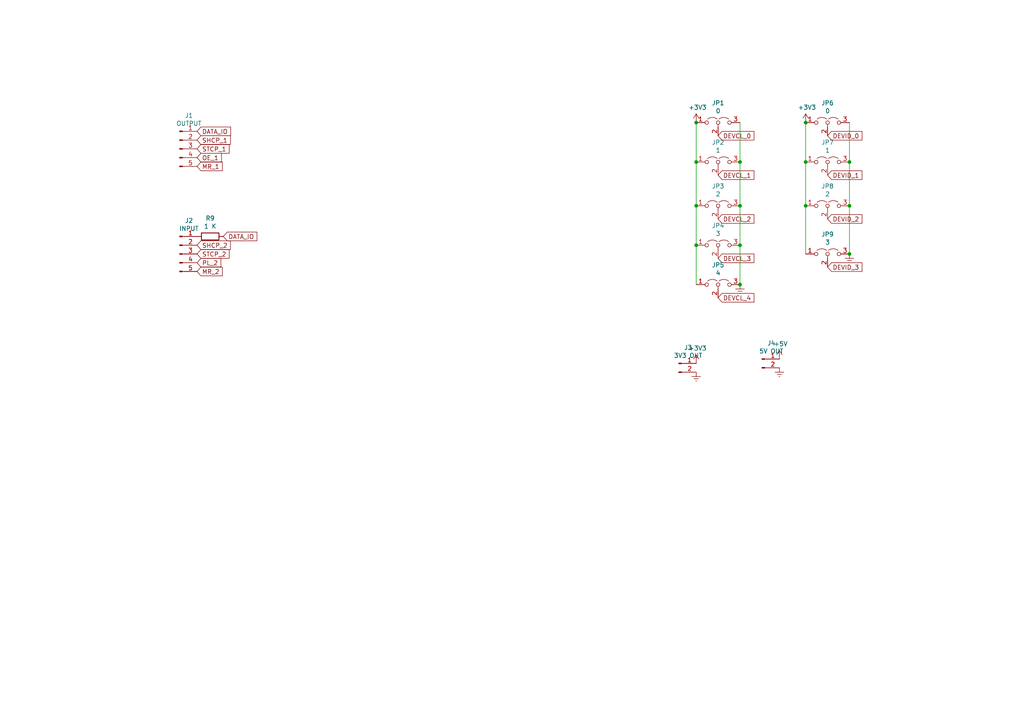
<source format=kicad_sch>
(kicad_sch (version 20211123) (generator eeschema)
  (paper "A4")
  (lib_symbols
    (symbol "Connector:Conn_01x02_Male" (pin_names (offset 1.016) hide)
      (property "Reference" "J" (at 0 2.54 0))
      (property "Value" "Conn_01x02_Male" (at 0 -5.08 0))
      (symbol "Conn_01x02_Male_1_1"
        (polyline (pts (xy 1.27 -2.54) (xy 0.8636 -2.54)) (stroke (width 0.1524)))
        (polyline (pts (xy 1.27 0) (xy 0.8636 0)) (stroke (width 0.1524)))
        (rectangle (start 0.8636 -2.413) (end 0 -2.667) (stroke (width 0.1524)) (fill (type outline)))
        (rectangle (start 0.8636 0.127) (end 0 -0.127) (stroke (width 0.1524)) (fill (type outline)))
        (pin passive line (at 5.08 0 180) (length 3.81) (name "Pin_1") (number "1"))
        (pin passive line (at 5.08 -2.54 180) (length 3.81) (name "Pin_2") (number "2"))
      )
    )
    (symbol "Connector:Conn_01x05_Male" (pin_names (offset 1.016) hide)
      (property "Reference" "J" (at 0 7.62 0))
      (property "Value" "Conn_01x05_Male" (at 0 -7.62 0))
      (symbol "Conn_01x05_Male_1_1"
        (polyline (pts (xy 1.27 -5.08) (xy 0.8636 -5.08)) (stroke (width 0.1524)))
        (polyline (pts (xy 1.27 -2.54) (xy 0.8636 -2.54)) (stroke (width 0.1524)))
        (polyline (pts (xy 1.27 0) (xy 0.8636 0)) (stroke (width 0.1524)))
        (polyline (pts (xy 1.27 2.54) (xy 0.8636 2.54)) (stroke (width 0.1524)))
        (polyline (pts (xy 1.27 5.08) (xy 0.8636 5.08)) (stroke (width 0.1524)))
        (rectangle (start 0.8636 -4.953) (end 0 -5.207) (stroke (width 0.1524)) (fill (type outline)))
        (rectangle (start 0.8636 -2.413) (end 0 -2.667) (stroke (width 0.1524)) (fill (type outline)))
        (rectangle (start 0.8636 0.127) (end 0 -0.127) (stroke (width 0.1524)) (fill (type outline)))
        (rectangle (start 0.8636 2.667) (end 0 2.413) (stroke (width 0.1524)) (fill (type outline)))
        (rectangle (start 0.8636 5.207) (end 0 4.953) (stroke (width 0.1524)) (fill (type outline)))
        (pin passive line (at 5.08 5.08 180) (length 3.81) (name "Pin_1") (number "1"))
        (pin passive line (at 5.08 2.54 180) (length 3.81) (name "Pin_2") (number "2"))
        (pin passive line (at 5.08 0 180) (length 3.81) (name "Pin_3") (number "3"))
        (pin passive line (at 5.08 -2.54 180) (length 3.81) (name "Pin_4") (number "4"))
        (pin passive line (at 5.08 -5.08 180) (length 3.81) (name "Pin_5") (number "5"))
      )
    )
    (symbol "Device:R" (pin_numbers hide) (pin_names (offset 0))
      (property "Reference" "R" (at 2.032 0 90))
      (property "Value" "R" (at 0 0 90))
      (symbol "R_0_1"
        (rectangle (start -1.016 -2.54) (end 1.016 2.54) (stroke (width 0.254)))
      )
      (symbol "R_1_1"
        (pin passive line (at 0 3.81 270) (length 1.27) (name "~") (number "1"))
        (pin passive line (at 0 -3.81 90) (length 1.27) (name "~") (number "2"))
      )
    )
    (symbol "base_controller-rescue:+3.3V-power" (power) (pin_names (offset 0))
      (property "Value" "+3.3V-power" (at 0 3.556 0))
      (symbol "+3.3V-power_0_1"
        (polyline (pts (xy -0.762 1.27) (xy 0 2.54)))
        (polyline (pts (xy 0 0) (xy 0 2.54)))
        (polyline (pts (xy 0 2.54) (xy 0.762 1.27)))
      )
      (symbol "+3.3V-power_1_1"
        (pin power_in line (at 0 0 90) (length 0) hide (name "+3V3") (number "1"))
      )
    )
    (symbol "base_controller-rescue:Jumper_3_Open-Jumper" (pin_names (offset 0) hide)
      (property "Reference" "JP" (at -2.54 -2.54 0))
      (property "Value" "Jumper_3_Open-Jumper" (at 0 2.794 0))
      (symbol "Jumper_3_Open-Jumper_0_0"
        (circle (center -3.302 0) (radius 0.508))
        (circle (center 0 0) (radius 0.508))
        (circle (center 3.302 0) (radius 0.508))
      )
      (symbol "Jumper_3_Open-Jumper_0_1"
        (arc (start -0.254 1.016) (mid -1.651 1.4992) (end -3.048 1.016))
        (polyline (pts (xy 0 -0.508) (xy 0 -1.27)))
        (arc (start 3.048 1.016) (mid 1.651 1.4992) (end 0.254 1.016))
      )
      (symbol "Jumper_3_Open-Jumper_1_1"
        (pin passive line (at -6.35 0 0) (length 2.54) (name "A") (number "1"))
        (pin input line (at 0 -3.81 90) (length 2.54) (name "C") (number "2"))
        (pin passive line (at 6.35 0 180) (length 2.54) (name "B") (number "3"))
      )
    )
    (symbol "power:+5V" (power) (pin_names (offset 0))
      (property "Value" "+5V" (at 0 3.556 0))
      (symbol "+5V_0_1"
        (polyline (pts (xy -0.762 1.27) (xy 0 2.54)))
        (polyline (pts (xy 0 0) (xy 0 2.54)))
        (polyline (pts (xy 0 2.54) (xy 0.762 1.27)))
      )
      (symbol "+5V_1_1"
        (pin power_in line (at 0 0 90) (length 0) hide (name "+5V") (number "1"))
      )
    )
    (symbol "power:Earth" (power) (pin_names (offset 0))
      (symbol "Earth_0_1"
        (polyline (pts (xy -0.635 -1.905) (xy 0.635 -1.905)))
        (polyline (pts (xy -0.127 -2.54) (xy 0.127 -2.54)))
        (polyline (pts (xy 0 -1.27) (xy 0 0)))
        (polyline (pts (xy 1.27 -1.27) (xy -1.27 -1.27)))
      )
      (symbol "Earth_1_1"
        (pin power_in line (at 0 0 270) (length 0) hide (name "Earth") (number "1"))
      )
    )
  )
  (junction (at 201.93 35.56))
  (junction (at 201.93 59.69))
  (junction (at 214.63 46.99))
  (junction (at 246.38 73.66))
  (junction (at 214.63 82.55))
  (junction (at 201.93 71.12))
  (junction (at 246.38 46.99))
  (junction (at 214.63 71.12))
  (junction (at 233.68 35.56))
  (junction (at 214.63 59.69))
  (junction (at 233.68 59.69))
  (junction (at 201.93 46.99))
  (junction (at 233.68 46.99))
  (junction (at 246.38 59.69))
  (wire (pts (xy 246.38 35.56) (xy 246.38 46.99)))
  (wire (pts (xy 201.93 71.12) (xy 201.93 82.55)))
  (wire (pts (xy 246.38 59.69) (xy 246.38 73.66)))
  (wire (pts (xy 214.63 35.56) (xy 214.63 46.99)))
  (wire (pts (xy 233.68 35.56) (xy 233.68 46.99)))
  (wire (pts (xy 233.68 59.69) (xy 233.68 73.66)))
  (wire (pts (xy 201.93 59.69) (xy 201.93 71.12)))
  (wire (pts (xy 246.38 46.99) (xy 246.38 59.69)))
  (wire (pts (xy 214.63 46.99) (xy 214.63 59.69)))
  (wire (pts (xy 233.68 46.99) (xy 233.68 59.69)))
  (wire (pts (xy 214.63 71.12) (xy 214.63 82.55)))
  (wire (pts (xy 201.93 46.99) (xy 201.93 59.69)))
  (wire (pts (xy 214.63 59.69) (xy 214.63 71.12)))
  (wire (pts (xy 201.93 35.56) (xy 201.93 46.99)))
  (global_label "SHCP_1" (shape input) (at 57.15 40.64 0) (property "Intersheet References" "${INTERSHEET_REFS}" (effects hide)))
  (global_label "PL_2" (shape input) (at 57.15 76.2 0) (property "Intersheet References" "${INTERSHEET_REFS}" (effects hide)))
  (global_label "OE_1" (shape input) (at 57.15 45.72 0) (property "Intersheet References" "${INTERSHEET_REFS}" (effects hide)))
  (global_label "DEVID_2" (shape input) (at 240.03 63.5 0) (property "Intersheet References" "${INTERSHEET_REFS}" (effects hide)))
  (global_label "STCP_1" (shape input) (at 57.15 43.18 0) (property "Intersheet References" "${INTERSHEET_REFS}" (effects hide)))
  (global_label "DATA_IO" (shape input) (at 64.77 68.58 0) (property "Intersheet References" "${INTERSHEET_REFS}" (effects hide)))
  (global_label "SHCP_2" (shape input) (at 57.15 71.12 0) (property "Intersheet References" "${INTERSHEET_REFS}" (effects hide)))
  (global_label "DEVCL_4" (shape input) (at 208.28 86.36 0) (property "Intersheet References" "${INTERSHEET_REFS}" (effects hide)))
  (global_label "DEVID_3" (shape input) (at 240.03 77.47 0) (property "Intersheet References" "${INTERSHEET_REFS}" (effects hide)))
  (global_label "DEVID_1" (shape input) (at 240.03 50.8 0) (property "Intersheet References" "${INTERSHEET_REFS}" (effects hide)))
  (global_label "DEVCL_2" (shape input) (at 208.28 63.5 0) (property "Intersheet References" "${INTERSHEET_REFS}" (effects hide)))
  (global_label "DATA_IO" (shape input) (at 57.15 38.1 0) (property "Intersheet References" "${INTERSHEET_REFS}" (effects hide)))
  (global_label "DEVCL_3" (shape input) (at 208.28 74.93 0) (property "Intersheet References" "${INTERSHEET_REFS}" (effects hide)))
  (global_label "DEVID_0" (shape input) (at 240.03 39.37 0) (property "Intersheet References" "${INTERSHEET_REFS}" (effects hide)))
  (global_label "DEVCL_1" (shape input) (at 208.28 50.8 0) (property "Intersheet References" "${INTERSHEET_REFS}" (effects hide)))
  (global_label "STCP_2" (shape input) (at 57.15 73.66 0) (property "Intersheet References" "${INTERSHEET_REFS}" (effects hide)))
  (global_label "MR_2" (shape input) (at 57.15 78.74 0) (property "Intersheet References" "${INTERSHEET_REFS}" (effects hide)))
  (global_label "DEVCL_0" (shape input) (at 208.28 39.37 0) (property "Intersheet References" "${INTERSHEET_REFS}" (effects hide)))
  (global_label "MR_1" (shape input) (at 57.15 48.26 0) (property "Intersheet References" "${INTERSHEET_REFS}" (effects hide)))
  (symbol (lib_id "Connector:Conn_01x02_Male") (at 196.85 105.41 0) (unit 1)
    (property "Reference" "J3" (at 199.5932 100.8126 0))
    (property "Value" "3V3 OUT" (at 199.5932 103.124 0))
    (property "Footprint" "Connector_PinHeader_2.54mm:PinHeader_1x02_P2.54mm_Vertical" (effects hide))
  )
  (symbol (lib_id "Connector:Conn_01x05_Male") (at 52.07 43.18 0) (unit 1)
    (property "Reference" "J1" (at 54.8132 33.5026 0))
    (property "Value" "OUTPUT" (at 54.8132 35.814 0))
    (property "Footprint" "Connector_JST:JST_XH_B5B-XH-A_1x05_P2.50mm_Vertical" (effects hide))
  )
  (symbol (lib_id "Connector:Conn_01x02_Male") (at 220.98 104.14 0) (unit 1)
    (property "Reference" "J4" (at 223.7232 99.5426 0))
    (property "Value" "5V OUT" (at 223.7232 101.854 0))
    (property "Footprint" "Connector_PinHeader_2.54mm:PinHeader_1x02_P2.54mm_Vertical" (effects hide))
  )
  (symbol (lib_id "Connector:Conn_01x05_Male") (at 52.07 73.66 0) (unit 1)
    (property "Reference" "J2" (at 54.8132 63.9826 0))
    (property "Value" "INPUT" (at 54.8132 66.294 0))
    (property "Footprint" "Connector_JST:JST_XH_B5B-XH-A_1x05_P2.50mm_Vertical" (effects hide))
  )
  (symbol (lib_id "base_controller-rescue:+3.3V-power") (at 201.93 105.41 0) (unit 1)
    (property "Reference" "#PWR0104" (effects hide))
    (property "Value" "+3.3V" (at 202.311 101.0158 0))
  )
  (symbol (lib_id "power:+5V") (at 226.06 104.14 0) (unit 1)
    (property "Reference" "#PWR0137" (effects hide))
    (property "Value" "+5V" (at 226.441 99.7458 0))
  )
  (symbol (lib_id "power:Earth") (at 201.93 107.95 0) (unit 1)
    (property "Reference" "#PWR0138" (effects hide))
    (property "Value" "Earth" (effects hide))
  )
  (symbol (lib_id "power:Earth") (at 226.06 106.68 0) (unit 1)
    (property "Reference" "#PWR0139" (effects hide))
    (property "Value" "Earth" (effects hide))
  )
  (symbol (lib_id "Device:R") (at 60.96 68.58 270) (unit 1)
    (property "Reference" "R9" (at 60.96 63.3222 90))
    (property "Value" "1 K" (at 60.96 65.6336 90))
    (property "Footprint" "Resistor_SMD:R_0805_2012Metric_Pad1.20x1.40mm_HandSolder" (effects hide))
  )
  (symbol (lib_id "base_controller-rescue:Jumper_3_Open-Jumper") (at 208.28 35.56 0) (unit 1)
    (property "Reference" "JP1" (at 208.28 29.8704 0))
    (property "Value" "0" (at 208.28 32.1818 0))
    (property "Footprint" "Connector_PinHeader_2.54mm:PinHeader_1x03_P2.54mm_Vertical" (effects hide))
  )
  (symbol (lib_id "base_controller-rescue:Jumper_3_Open-Jumper") (at 208.28 46.99 0) (unit 1)
    (property "Reference" "JP2" (at 208.28 41.3004 0))
    (property "Value" "1" (at 208.28 43.6118 0))
    (property "Footprint" "Connector_PinHeader_2.54mm:PinHeader_1x03_P2.54mm_Vertical" (effects hide))
  )
  (symbol (lib_id "base_controller-rescue:Jumper_3_Open-Jumper") (at 208.28 59.69 0) (unit 1)
    (property "Reference" "JP3" (at 208.28 54.0004 0))
    (property "Value" "2" (at 208.28 56.3118 0))
    (property "Footprint" "Connector_PinHeader_2.54mm:PinHeader_1x03_P2.54mm_Vertical" (effects hide))
  )
  (symbol (lib_id "base_controller-rescue:Jumper_3_Open-Jumper") (at 208.28 71.12 0) (unit 1)
    (property "Reference" "JP4" (at 208.28 65.4304 0))
    (property "Value" "3" (at 208.28 67.7418 0))
    (property "Footprint" "Connector_PinHeader_2.54mm:PinHeader_1x03_P2.54mm_Vertical" (effects hide))
  )
  (symbol (lib_id "base_controller-rescue:Jumper_3_Open-Jumper") (at 208.28 82.55 0) (unit 1)
    (property "Reference" "JP5" (at 208.28 76.8604 0))
    (property "Value" "4" (at 208.28 79.1718 0))
    (property "Footprint" "Connector_PinHeader_2.54mm:PinHeader_1x03_P2.54mm_Vertical" (effects hide))
  )
  (symbol (lib_id "base_controller-rescue:Jumper_3_Open-Jumper") (at 240.03 35.56 0) (unit 1)
    (property "Reference" "JP6" (at 240.03 29.8704 0))
    (property "Value" "0" (at 240.03 32.1818 0))
    (property "Footprint" "Connector_PinHeader_2.54mm:PinHeader_1x03_P2.54mm_Vertical" (effects hide))
  )
  (symbol (lib_id "base_controller-rescue:Jumper_3_Open-Jumper") (at 240.03 46.99 0) (unit 1)
    (property "Reference" "JP7" (at 240.03 41.3004 0))
    (property "Value" "1" (at 240.03 43.6118 0))
    (property "Footprint" "Connector_PinHeader_2.54mm:PinHeader_1x03_P2.54mm_Vertical" (effects hide))
  )
  (symbol (lib_id "base_controller-rescue:Jumper_3_Open-Jumper") (at 240.03 59.69 0) (unit 1)
    (property "Reference" "JP8" (at 240.03 54.0004 0))
    (property "Value" "2" (at 240.03 56.3118 0))
    (property "Footprint" "Connector_PinHeader_2.54mm:PinHeader_1x03_P2.54mm_Vertical" (effects hide))
  )
  (symbol (lib_id "base_controller-rescue:Jumper_3_Open-Jumper") (at 240.03 73.66 0) (unit 1)
    (property "Reference" "JP9" (at 240.03 67.9704 0))
    (property "Value" "3" (at 240.03 70.2818 0))
    (property "Footprint" "Connector_PinHeader_2.54mm:PinHeader_1x03_P2.54mm_Vertical" (effects hide))
  )
  (symbol (lib_id "base_controller-rescue:+3.3V-power") (at 201.93 35.56 0) (unit 1)
    (property "Reference" "#PWR0126" (effects hide))
    (property "Value" "+3.3V" (at 202.311 31.1658 0))
  )
  (symbol (lib_id "power:Earth") (at 214.63 82.55 0) (unit 1)
    (property "Reference" "#PWR0127" (effects hide))
    (property "Value" "Earth" (effects hide))
  )
  (symbol (lib_id "base_controller-rescue:+3.3V-power") (at 233.68 35.56 0) (unit 1)
    (property "Reference" "#PWR0128" (effects hide))
    (property "Value" "+3.3V" (at 234.061 31.1658 0))
  )
  (symbol (lib_id "power:Earth") (at 246.38 73.66 0) (unit 1)
    (property "Reference" "#PWR0129" (effects hide))
    (property "Value" "Earth" (effects hide))
  )
)
</source>
